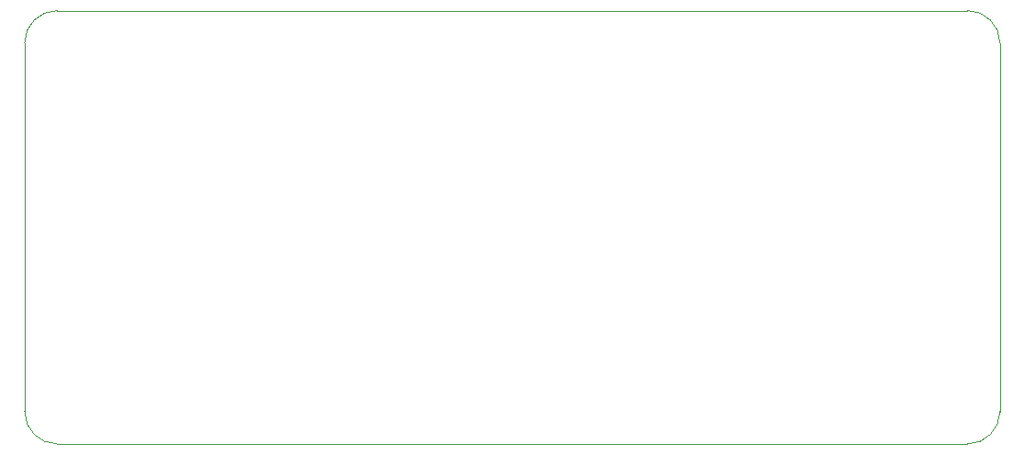
<source format=gbr>
G04 #@! TF.GenerationSoftware,KiCad,Pcbnew,(5.1.9-0-10_14)*
G04 #@! TF.CreationDate,2021-05-09T00:19:33+01:00*
G04 #@! TF.ProjectId,usb3-ngff-carrier,75736233-2d6e-4676-9666-2d6361727269,1*
G04 #@! TF.SameCoordinates,Original*
G04 #@! TF.FileFunction,Profile,NP*
%FSLAX46Y46*%
G04 Gerber Fmt 4.6, Leading zero omitted, Abs format (unit mm)*
G04 Created by KiCad (PCBNEW (5.1.9-0-10_14)) date 2021-05-09 00:19:33*
%MOMM*%
%LPD*%
G01*
G04 APERTURE LIST*
G04 #@! TA.AperFunction,Profile*
%ADD10C,0.038100*%
G04 #@! TD*
G04 APERTURE END LIST*
D10*
X90000000Y-37000000D02*
G75*
G02*
X87000000Y-40000000I-3000000J0D01*
G01*
X87000000Y0D02*
G75*
G02*
X90000000Y-3000000I0J-3000000D01*
G01*
X3000000Y-40000000D02*
G75*
G02*
X0Y-37000000I0J3000000D01*
G01*
X0Y-3000000D02*
G75*
G02*
X3000000Y0I3000000J0D01*
G01*
X0Y-37000000D02*
X0Y-3000000D01*
X87000000Y-40000000D02*
X3000000Y-40000000D01*
X90000000Y-3000000D02*
X90000000Y-37000000D01*
X3000000Y0D02*
X87000000Y0D01*
M02*

</source>
